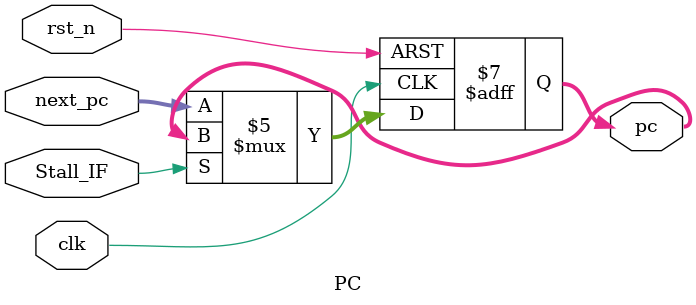
<source format=v>


module PC(
    input               clk,
    input               rst_n,
    input               Stall_IF,//1: stall 0:not stall
    input       [31:0]  next_pc,
    output  reg [31:0]  pc
);

    always @(posedge clk, negedge rst_n) begin
        if(~rst_n)
            pc <= 32'd0;
        else if(Stall_IF != 1'b1)
            pc <= next_pc;
        else pc <= pc;
    end

endmodule
</source>
